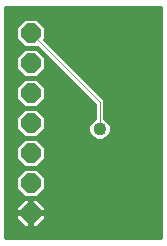
<source format=gbr>
G04 EAGLE Gerber RS-274X export*
G75*
%MOMM*%
%FSLAX34Y34*%
%LPD*%
%INBottom Copper*%
%IPPOS*%
%AMOC8*
5,1,8,0,0,1.08239X$1,22.5*%
G01*
%ADD10P,1.759533X8X22.500000*%
%ADD11C,1.016000*%
%ADD12C,0.050800*%
%ADD13C,1.108000*%

G36*
X135146Y2543D02*
X135146Y2543D01*
X135164Y2541D01*
X135346Y2562D01*
X135529Y2581D01*
X135546Y2586D01*
X135563Y2588D01*
X135738Y2645D01*
X135914Y2699D01*
X135929Y2707D01*
X135946Y2713D01*
X136106Y2803D01*
X136268Y2891D01*
X136281Y2902D01*
X136297Y2911D01*
X136436Y3031D01*
X136577Y3148D01*
X136588Y3162D01*
X136602Y3174D01*
X136714Y3319D01*
X136829Y3462D01*
X136837Y3478D01*
X136848Y3492D01*
X136930Y3657D01*
X137015Y3819D01*
X137020Y3836D01*
X137028Y3852D01*
X137075Y4031D01*
X137126Y4206D01*
X137128Y4224D01*
X137132Y4241D01*
X137159Y4572D01*
X137159Y198628D01*
X137157Y198646D01*
X137159Y198664D01*
X137138Y198846D01*
X137119Y199029D01*
X137114Y199046D01*
X137112Y199063D01*
X137055Y199238D01*
X137001Y199414D01*
X136993Y199429D01*
X136987Y199446D01*
X136897Y199606D01*
X136809Y199768D01*
X136798Y199781D01*
X136789Y199797D01*
X136669Y199936D01*
X136552Y200077D01*
X136538Y200088D01*
X136526Y200102D01*
X136381Y200214D01*
X136238Y200329D01*
X136222Y200337D01*
X136208Y200348D01*
X136043Y200430D01*
X135881Y200515D01*
X135864Y200520D01*
X135848Y200528D01*
X135669Y200575D01*
X135494Y200626D01*
X135476Y200628D01*
X135459Y200632D01*
X135128Y200659D01*
X4572Y200659D01*
X4554Y200657D01*
X4536Y200659D01*
X4354Y200638D01*
X4171Y200619D01*
X4154Y200614D01*
X4137Y200612D01*
X3962Y200555D01*
X3786Y200501D01*
X3771Y200493D01*
X3754Y200487D01*
X3594Y200397D01*
X3432Y200309D01*
X3419Y200298D01*
X3403Y200289D01*
X3264Y200169D01*
X3123Y200052D01*
X3112Y200038D01*
X3098Y200026D01*
X2986Y199881D01*
X2871Y199738D01*
X2863Y199722D01*
X2852Y199708D01*
X2770Y199543D01*
X2685Y199381D01*
X2680Y199364D01*
X2672Y199348D01*
X2625Y199169D01*
X2574Y198994D01*
X2572Y198976D01*
X2568Y198959D01*
X2541Y198628D01*
X2541Y4572D01*
X2543Y4554D01*
X2541Y4536D01*
X2562Y4354D01*
X2581Y4171D01*
X2586Y4154D01*
X2588Y4137D01*
X2645Y3962D01*
X2699Y3786D01*
X2707Y3771D01*
X2713Y3754D01*
X2803Y3594D01*
X2891Y3432D01*
X2902Y3419D01*
X2911Y3403D01*
X3031Y3264D01*
X3148Y3123D01*
X3162Y3112D01*
X3174Y3098D01*
X3319Y2986D01*
X3462Y2871D01*
X3478Y2863D01*
X3492Y2852D01*
X3657Y2770D01*
X3819Y2685D01*
X3836Y2680D01*
X3852Y2672D01*
X4031Y2625D01*
X4206Y2574D01*
X4224Y2572D01*
X4241Y2568D01*
X4572Y2541D01*
X135128Y2541D01*
X135146Y2543D01*
G37*
%LPC*%
G36*
X82213Y88439D02*
X82213Y88439D01*
X79243Y89669D01*
X76969Y91943D01*
X75739Y94913D01*
X75739Y98127D01*
X76969Y101097D01*
X79243Y103371D01*
X79771Y103590D01*
X79791Y103600D01*
X79812Y103607D01*
X79969Y103695D01*
X80126Y103780D01*
X80143Y103794D01*
X80163Y103805D01*
X80299Y103922D01*
X80437Y104036D01*
X80451Y104053D01*
X80468Y104068D01*
X80577Y104210D01*
X80690Y104349D01*
X80701Y104368D01*
X80714Y104386D01*
X80794Y104547D01*
X80877Y104705D01*
X80884Y104727D01*
X80894Y104747D01*
X80940Y104920D01*
X80990Y105092D01*
X80992Y105114D01*
X80998Y105135D01*
X81025Y105466D01*
X81025Y117381D01*
X81023Y117408D01*
X81025Y117434D01*
X81003Y117608D01*
X80985Y117782D01*
X80978Y117807D01*
X80974Y117834D01*
X80919Y117999D01*
X80867Y118167D01*
X80854Y118190D01*
X80846Y118215D01*
X80759Y118367D01*
X80675Y118521D01*
X80658Y118541D01*
X80645Y118564D01*
X80430Y118817D01*
X32404Y166844D01*
X32390Y166855D01*
X32379Y166869D01*
X32234Y166983D01*
X32093Y167099D01*
X32077Y167107D01*
X32063Y167118D01*
X31898Y167202D01*
X31737Y167287D01*
X31720Y167292D01*
X31704Y167301D01*
X31527Y167350D01*
X31351Y167402D01*
X31333Y167404D01*
X31316Y167408D01*
X31133Y167422D01*
X30950Y167438D01*
X30932Y167437D01*
X30914Y167438D01*
X30733Y167415D01*
X30550Y167395D01*
X30533Y167390D01*
X30515Y167387D01*
X30341Y167329D01*
X30166Y167274D01*
X30150Y167265D01*
X30133Y167259D01*
X29974Y167167D01*
X29909Y167131D01*
X20981Y167131D01*
X14731Y173381D01*
X14731Y182219D01*
X20981Y188469D01*
X29819Y188469D01*
X36069Y182219D01*
X36069Y173301D01*
X35999Y173164D01*
X35913Y173001D01*
X35908Y172984D01*
X35900Y172968D01*
X35850Y172791D01*
X35798Y172616D01*
X35796Y172598D01*
X35792Y172580D01*
X35778Y172397D01*
X35762Y172215D01*
X35763Y172197D01*
X35762Y172179D01*
X35785Y171996D01*
X35805Y171814D01*
X35810Y171797D01*
X35813Y171780D01*
X35871Y171605D01*
X35926Y171430D01*
X35935Y171415D01*
X35941Y171398D01*
X36032Y171239D01*
X36121Y171078D01*
X36133Y171065D01*
X36142Y171049D01*
X36356Y170796D01*
X86615Y120538D01*
X86615Y105466D01*
X86617Y105444D01*
X86615Y105422D01*
X86637Y105244D01*
X86655Y105066D01*
X86661Y105044D01*
X86664Y105022D01*
X86720Y104851D01*
X86773Y104681D01*
X86783Y104661D01*
X86790Y104640D01*
X86879Y104484D01*
X86965Y104327D01*
X86979Y104309D01*
X86990Y104290D01*
X87108Y104155D01*
X87222Y104017D01*
X87240Y104003D01*
X87254Y103987D01*
X87397Y103877D01*
X87536Y103765D01*
X87556Y103755D01*
X87573Y103741D01*
X87869Y103590D01*
X88397Y103371D01*
X90671Y101097D01*
X91901Y98127D01*
X91901Y94913D01*
X90671Y91943D01*
X88397Y89669D01*
X85427Y88439D01*
X82213Y88439D01*
G37*
%LPD*%
%LPC*%
G36*
X20981Y141731D02*
X20981Y141731D01*
X14731Y147981D01*
X14731Y156819D01*
X20981Y163069D01*
X29819Y163069D01*
X36069Y156819D01*
X36069Y147981D01*
X29819Y141731D01*
X20981Y141731D01*
G37*
%LPD*%
%LPC*%
G36*
X20981Y116331D02*
X20981Y116331D01*
X14731Y122581D01*
X14731Y131419D01*
X20981Y137669D01*
X29819Y137669D01*
X36069Y131419D01*
X36069Y122581D01*
X29819Y116331D01*
X20981Y116331D01*
G37*
%LPD*%
%LPC*%
G36*
X20981Y90931D02*
X20981Y90931D01*
X14731Y97181D01*
X14731Y106019D01*
X20981Y112269D01*
X29819Y112269D01*
X36069Y106019D01*
X36069Y97181D01*
X29819Y90931D01*
X20981Y90931D01*
G37*
%LPD*%
%LPC*%
G36*
X20981Y65531D02*
X20981Y65531D01*
X14731Y71781D01*
X14731Y80619D01*
X20981Y86869D01*
X29819Y86869D01*
X36069Y80619D01*
X36069Y71781D01*
X29819Y65531D01*
X20981Y65531D01*
G37*
%LPD*%
%LPC*%
G36*
X20981Y40131D02*
X20981Y40131D01*
X14731Y46381D01*
X14731Y55219D01*
X20981Y61469D01*
X29819Y61469D01*
X36069Y55219D01*
X36069Y46381D01*
X29819Y40131D01*
X20981Y40131D01*
G37*
%LPD*%
%LPC*%
G36*
X27939Y27939D02*
X27939Y27939D01*
X27939Y36069D01*
X29819Y36069D01*
X36069Y29819D01*
X36069Y27939D01*
X27939Y27939D01*
G37*
%LPD*%
%LPC*%
G36*
X14731Y27939D02*
X14731Y27939D01*
X14731Y29819D01*
X20981Y36069D01*
X22861Y36069D01*
X22861Y27939D01*
X14731Y27939D01*
G37*
%LPD*%
%LPC*%
G36*
X27939Y14731D02*
X27939Y14731D01*
X27939Y22861D01*
X36069Y22861D01*
X36069Y20981D01*
X29819Y14731D01*
X27939Y14731D01*
G37*
%LPD*%
%LPC*%
G36*
X20981Y14731D02*
X20981Y14731D01*
X14731Y20981D01*
X14731Y22861D01*
X22861Y22861D01*
X22861Y14731D01*
X20981Y14731D01*
G37*
%LPD*%
D10*
X25400Y177800D03*
X25400Y152400D03*
X25400Y127000D03*
X25400Y101600D03*
X25400Y76200D03*
X25400Y50800D03*
X25400Y25400D03*
D11*
X43180Y139700D03*
D12*
X83820Y119380D02*
X83820Y96520D01*
X83820Y119380D02*
X25400Y177800D01*
D13*
X83820Y96520D03*
M02*

</source>
